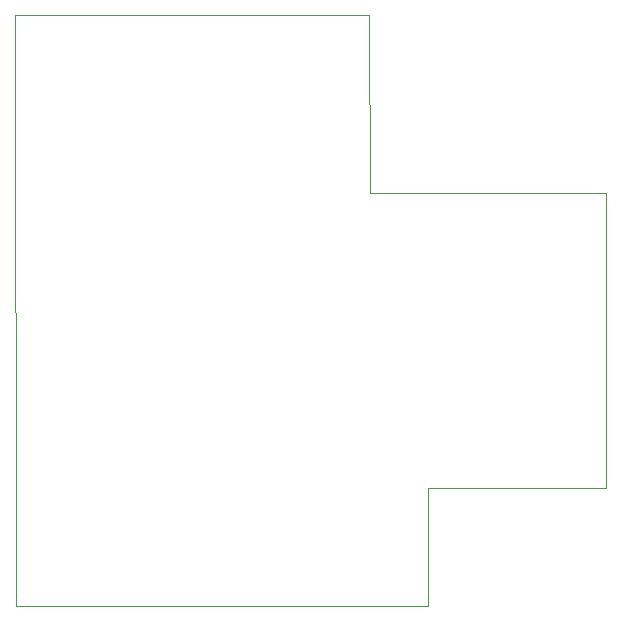
<source format=gbr>
%TF.GenerationSoftware,KiCad,Pcbnew,9.0.0*%
%TF.CreationDate,2025-11-19T20:28:37-08:00*%
%TF.ProjectId,MegaAV_CE,4d656761-4156-45f4-9345-2e6b69636164,rev?*%
%TF.SameCoordinates,Original*%
%TF.FileFunction,Profile,NP*%
%FSLAX46Y46*%
G04 Gerber Fmt 4.6, Leading zero omitted, Abs format (unit mm)*
G04 Created by KiCad (PCBNEW 9.0.0) date 2025-11-19 20:28:37*
%MOMM*%
%LPD*%
G01*
G04 APERTURE LIST*
%TA.AperFunction,Profile*%
%ADD10C,0.050000*%
%TD*%
G04 APERTURE END LIST*
D10*
X169340000Y-144330000D02*
X204290000Y-144350000D01*
X199300000Y-94350000D02*
X169300000Y-94330000D01*
X199300000Y-94350000D02*
X199310000Y-109350000D01*
X219320000Y-134350000D02*
X219300000Y-109350000D01*
X204290000Y-139350000D02*
X204290000Y-134350000D01*
X204290000Y-139350000D02*
X204290000Y-144350000D01*
X204290000Y-134350000D02*
X214320000Y-134350000D01*
X209310000Y-109350000D02*
X214310000Y-109350000D01*
X214320000Y-134350000D02*
X219320000Y-134350000D01*
X199310000Y-109350000D02*
X209310000Y-109350000D01*
X219300000Y-109350000D02*
X214310000Y-109350000D01*
X169300000Y-94330000D02*
X169340000Y-144330000D01*
M02*

</source>
